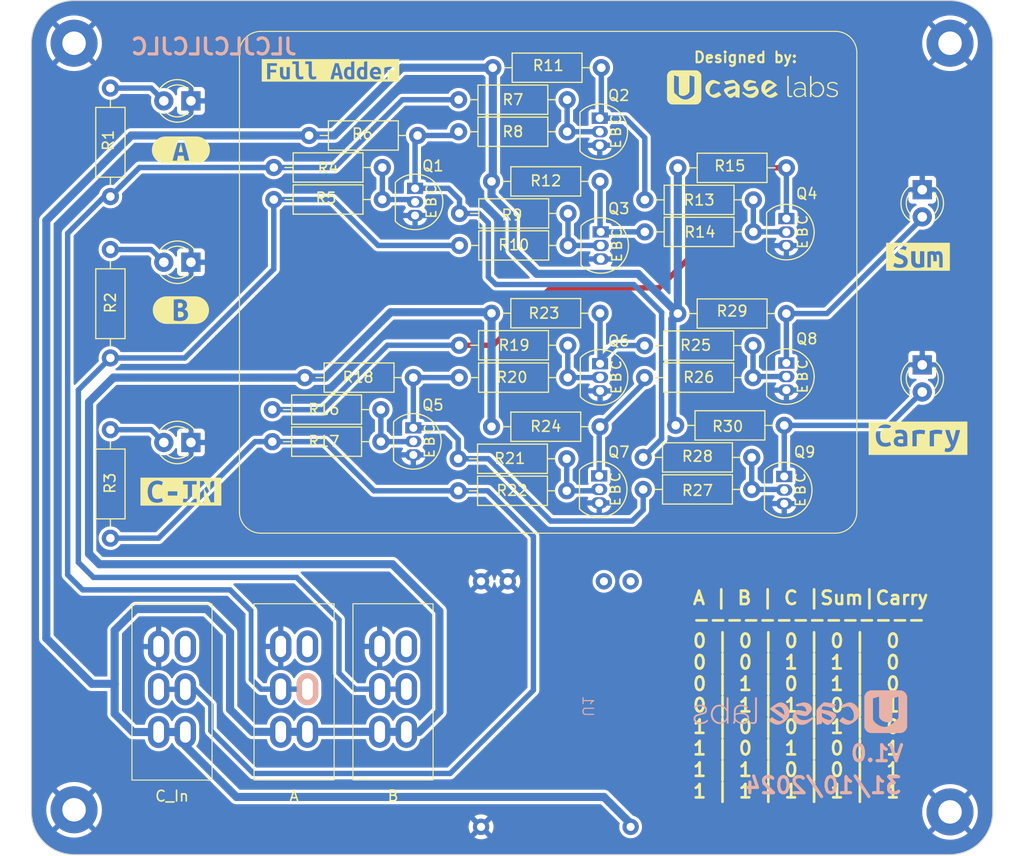
<source format=kicad_pcb>
(kicad_pcb (version 20240108) (generator "pcbnew") (generator_version "8.0")
  (layers (0 "F.Cu" signal) (31 "B.Cu" signal) (34 "B.Paste" user) (35 "F.Paste" user) (36 "B.SilkS" user "B.Silkscreen") (37 "F.SilkS" user "F.Silkscreen") (38 "B.Mask" user) (39 "F.Mask" user) (44 "Edge.Cuts" user))
  (net 0 "")
  (net 1 "GND")
  (net 2 "Net-(D1-A)")
  (net 3 "Net-(D2-A)")
  (net 4 "Net-(D3-A)")
  (net 5 "Net-(Q1-C)")
  (net 6 "Net-(Q1-B)")
  (net 7 "Net-(Q2-C)")
  (net 8 "Net-(Q2-B)")
  (net 9 "Net-(Q3-C)")
  (net 10 "Net-(Q3-B)")
  (net 11 "Net-(Q4-C)")
  (net 12 "Net-(Q4-B)")
  (net 13 "Net-(Q5-C)")
  (net 14 "Net-(Q5-B)")
  (net 15 "Net-(Q6-C)")
  (net 16 "Net-(Q6-B)")
  (net 17 "Net-(Q7-C)")
  (net 18 "Net-(Q7-B)")
  (net 19 "Net-(Q8-B)")
  (net 20 "Net-(Q9-B)")
  (net 21 "+5V")
  (net 24 "/Sum")
  (net 25 "/Cout")
  (net 26 "/IN_A")
  (net 27 "/IN_B")
  (net 28 "/IN_C")
  (footprint "Resistor_THT:R_Axial_DIN0207_L6.3mm_D2.5mm_P10.16mm_Horizontal" (layer "F.Cu") (at 51.999214 21.29)
    (property "Reference" "R7" (at 5.08 0 0) (layer "F.SilkS"))
    (property "Value" "10k")
    (pad "1" thru_hole circle (at 0 0) (size 1.6 1.6) (drill 0.8) (layers "*.Cu" "*.Mask") (net 26 "/IN_A"))
    (pad "2" thru_hole oval (at 10.16 0) (size 1.6 1.6) (drill 0.8) (layers "*.Cu" "*.Mask") (net 8 "Net-(Q2-B)"))
  )
  (footprint "PCM_Package_TO_SOT_THT_AKL:TO-92_Inline_CBE" (layer "F.Cu") (at 47.923214 29.592 -90)
    (property "Reference" "Q1" (at -2.102 -1.666 180) (layer "F.SilkS"))
    (property "Value" "BC547" (hide yes))
    (fp_text user "E" (at 2.413 -1.524 90) (layer "F.SilkS") (effects (font (size 0.9 0.9))))
    (fp_text user "B" (at 1.27 -1.524 90) (layer "F.SilkS") (effects (font (size 0.9 0.9))))
    (fp_text user "C" (at 0.127 -1.524 90) (layer "F.SilkS") (effects (font (size 0.9 0.9))))
    (pad "1" thru_hole rect (at 0 0 270) (size 1.05 1.5) (drill 0.75) (layers "*.Cu" "*.Mask") (net 5 "Net-(Q1-C)"))
    (pad "2" thru_hole oval (at 1.27 0 270) (size 1.05 1.5) (drill 0.75) (layers "*.Cu" "*.Mask") (net 6 "Net-(Q1-B)"))
    (pad "3" thru_hole oval (at 2.54 0 270) (size 1.05 1.5) (drill 0.75) (layers "*.Cu" "*.Mask") (net 1 "GND"))
  )
  (footprint "PCM_Package_TO_SOT_THT_AKL:TO-92_Inline_CBE" (layer "F.Cu") (at 65.159214 56.52 -90)
    (property "Reference" "Q7" (at -2.23 -1.83 180) (layer "F.SilkS"))
    (property "Value" "BC547" (hide yes))
    (fp_text user "C" (at 0.127 -1.524 90) (layer "F.SilkS") (effects (font (size 0.9 0.9))))
    (fp_text user "E" (at 2.413 -1.524 90) (layer "F.SilkS") (effects (font (size 0.9 0.9))))
    (fp_text user "B" (at 1.27 -1.524 90) (layer "F.SilkS") (effects (font (size 0.9 0.9))))
    (pad "1" thru_hole rect (at 0 0 270) (size 1.05 1.5) (drill 0.75) (layers "*.Cu" "*.Mask") (net 17 "Net-(Q7-C)"))
    (pad "2" thru_hole oval (at 1.27 0 270) (size 1.05 1.5) (drill 0.75) (layers "*.Cu" "*.Mask") (net 18 "Net-(Q7-B)"))
    (pad "3" thru_hole oval (at 2.54 0 270) (size 1.05 1.5) (drill 0.75) (layers "*.Cu" "*.Mask") (net 1 "GND"))
  )
  (footprint "Resistor_THT:R_Axial_DIN0207_L6.3mm_D2.5mm_P10.16mm_Horizontal" (layer "F.Cu") (at 72.519214 41.32)
    (property "Reference" "R29" (at 5.08 -0.23 0) (layer "F.SilkS"))
    (property "Value" "330")
    (pad "1" thru_hole circle (at 0 0) (size 1.6 1.6) (drill 0.8) (layers "*.Cu" "*.Mask") (net 21 "+5V"))
    (pad "2" thru_hole oval (at 10.16 0) (size 1.6 1.6) (drill 0.8) (layers "*.Cu" "*.Mask") (net 24 "/Sum"))
  )
  (footprint "Resistor_THT:R_Axial_DIN0207_L6.3mm_D2.5mm_P10.16mm_Horizontal" (layer "F.Cu") (at 51.959214 54.92)
    (property "Reference" "R21" (at 4.83 -0.03 0) (layer "F.SilkS"))
    (property "Value" "10k")
    (pad "1" thru_hole circle (at 0 0) (size 1.6 1.6) (drill 0.8) (layers "*.Cu" "*.Mask") (net 13 "Net-(Q5-C)"))
    (pad "2" thru_hole oval (at 10.16 0) (size 1.6 1.6) (drill 0.8) (layers "*.Cu" "*.Mask") (net 18 "Net-(Q7-B)"))
  )
  (footprint "MountingHole:MountingHole_2.2mm_M2_Pad_TopBottom" (layer "F.Cu") (at 98 88)
    (property "Reference" "H4" (hide yes))
    (property "Value" "MountingHole_Pad")
    (pad "1" thru_hole circle (at 0 0) (size 2.6 2.6) (drill 2.2) (layers "*.Cu" "*.Mask") (net 1 "GND"))
    (pad "1" connect circle (at 0 0) (size 4.4 4.4) (layers "F.Cu" "F.Mask") (net 1 "GND"))
    (pad "1" connect circle (at 0 0) (size 4.4 4.4) (layers "B.Cu" "B.Mask") (net 1 "GND"))
  )
  (footprint "Resistor_THT:R_Axial_DIN0207_L6.3mm_D2.5mm_P10.16mm_Horizontal" (layer "F.Cu") (at 52.079214 34.94)
    (property "Reference" "R10" (at 5.08 -0.05 0) (layer "F.SilkS"))
    (property "Value" "10k")
    (pad "1" thru_hole circle (at 0 0) (size 1.6 1.6) (drill 0.8) (layers "*.Cu" "*.Mask") (net 27 "/IN_B"))
    (pad "2" thru_hole oval (at 10.16 0) (size 1.6 1.6) (drill 0.8) (layers "*.Cu" "*.Mask") (net 10 "Net-(Q3-B)"))
  )
  (footprint "PCM_Package_TO_SOT_THT_AKL:TO-92_Inline_CBE" (layer "F.Cu") (at 82.479214 56.58 -90)
    (property "Reference" "Q9" (at -2.29 -1.91 180) (layer "F.SilkS"))
    (property "Value" "BC547" (hide yes))
    (fp_text user "B" (at 1.27 -1.524 90) (layer "F.SilkS") (effects (font (size 0.9 0.9))))
    (fp_text user "C" (at 0.127 -1.524 90) (layer "F.SilkS") (effects (font (size 0.9 0.9))))
    (fp_text user "E" (at 2.413 -1.524 90) (layer "F.SilkS") (effects (font (size 0.9 0.9))))
    (pad "1" thru_hole rect (at 0 0 270) (size 1.05 1.5) (drill 0.75) (layers "*.Cu" "*.Mask") (net 25 "/Cout"))
    (pad "2" thru_hole oval (at 1.27 0 270) (size 1.05 1.5) (drill 0.75) (layers "*.Cu" "*.Mask") (net 20 "Net-(Q9-B)"))
    (pad "3" thru_hole oval (at 2.54 0 270) (size 1.05 1.5) (drill 0.75) (layers "*.Cu" "*.Mask") (net 1 "GND"))
  )
  (footprint "kibuzzard-67192E28" (layer "F.Cu") (at 95 53)
    (property "Reference" "kibuzzard-67192E28" (hide yes))
    (property "Value" "G***" (hide yes))
  )
  (footprint "MountingHole:MountingHole_2.2mm_M2_Pad_TopBottom" (layer "F.Cu") (at 16 87.8)
    (property "Reference" "H3" (hide yes))
    (property "Value" "MountingHole_Pad")
    (pad "1" thru_hole circle (at 0 0) (size 2.6 2.6) (drill 2.2) (layers "*.Cu" "*.Mask") (net 1 "GND"))
    (pad "1" connect circle (at 0 0) (size 4.4 4.4) (layers "F.Cu" "F.Mask") (net 1 "GND"))
    (pad "1" connect circle (at 0 0) (size 4.4 4.4) (layers "B.Cu" "B.Mask") (net 1 "GND"))
  )
  (footprint "Resistor_THT:R_Axial_DIN0207_L6.3mm_D2.5mm_P10.16mm_Horizontal" (layer "F.Cu") (at 37.599214 47.32)
    (property "Reference" "R18" (at 4.99 -0.03 0) (layer "F.SilkS"))
    (property "Value" "1k")
    (pad "1" thru_hole circle (at 0 0) (size 1.6 1.6) (drill 0.8) (layers "*.Cu" "*.Mask") (net 21 "+5V"))
    (pad "2" thru_hole oval (at 10.16 0) (size 1.6 1.6) (drill 0.8) (layers "*.Cu" "*.Mask") (net 13 "Net-(Q5-C)"))
  )
  (footprint "Resistor_THT:R_Axial_DIN0207_L6.3mm_D2.5mm_P10.16mm_Horizontal" (layer "F.Cu") (at 34.559214 50.32)
    (property "Reference" "R16" (at 4.83 -0.03 0) (layer "F.SilkS"))
    (property "Value" "10k")
    (pad "1" thru_hole circle (at 0 0) (size 1.6 1.6) (drill 0.8) (layers "*.Cu" "*.Mask") (net 11 "Net-(Q4-C)"))
    (pad "2" thru_hole oval (at 10.16 0) (size 1.6 1.6) (drill 0.8) (layers "*.Cu" "*.Mask") (net 14 "Net-(Q5-B)"))
  )
  (footprint "LED_THT:LED_D3.0mm" (layer "F.Cu") (at 26.94 21.4 180)
    (property "Reference" "D1" (hide yes))
    (property "Value" "LED")
    (pad "1" thru_hole rect (at 0 0 180) (size 1.8 1.8) (drill 0.9) (layers "*.Cu" "*.Mask") (net 1 "GND"))
    (pad "2" thru_hole circle (at 2.54 0 180) (size 1.8 1.8) (drill 0.9) (layers "*.Cu" "*.Mask") (net 2 "Net-(D1-A)"))
  )
  (footprint "LED_THT:LED_D3.0mm" (layer "F.Cu") (at 26.94 36.513 180)
    (property "Reference" "D2" (hide yes))
    (property "Value" "LED")
    (pad "1" thru_hole rect (at 0 0 180) (size 1.8 1.8) (drill 0.9) (layers "*.Cu" "*.Mask") (net 1 "GND"))
    (pad "2" thru_hole circle (at 2.54 0 180) (size 1.8 1.8) (drill 0.9) (layers "*.Cu" "*.Mask") (net 3 "Net-(D2-A)"))
  )
  (footprint "Resistor_THT:R_Axial_DIN0207_L6.3mm_D2.5mm_P10.16mm_Horizontal" (layer "F.Cu") (at 19.4 30.36 90)
    (property "Reference" "R1" (at 5.264 -0.2 -90) (layer "F.SilkS"))
    (property "Value" "330")
    (pad "1" thru_hole circle (at 0 0 90) (size 1.6 1.6) (drill 0.8) (layers "*.Cu" "*.Mask") (net 26 "/IN_A"))
    (pad "2" thru_hole oval (at 10.16 0 90) (size 1.6 1.6) (drill 0.8) (layers "*.Cu" "*.Mask") (net 2 "Net-(D1-A)"))
  )
  (footprint "Resistor_THT:R_Axial_DIN0207_L6.3mm_D2.5mm_P10.16mm_Horizontal" (layer "F.Cu") (at 51.959214 57.92)
    (property "Reference" "R22" (at 5.03 -0.03 0) (layer "F.SilkS"))
    (property "Value" "10k")
    (pad "1" thru_hole circle (at 0 0) (size 1.6 1.6) (drill 0.8) (layers "*.Cu" "*.Mask") (net 28 "/IN_C"))
    (pad "2" thru_hole oval (at 10.16 0) (size 1.6 1.6) (drill 0.8) (layers "*.Cu" "*.Mask") (net 18 "Net-(Q7-B)"))
  )
  (footprint "PCM_Package_TO_SOT_THT_AKL:TO-92_Inline_CBE" (layer "F.Cu") (at 65.299214 33.67 -90)
    (property "Reference" "Q3" (at -2.18 -1.69 180) (layer "F.SilkS"))
    (property "Value" "BC547" (hide yes))
    (fp_text user "C" (at 0.127 -1.524 90) (layer "F.SilkS") (effects (font (size 0.9 0.9))))
    (fp_text user "B" (at 1.27 -1.524 90) (layer "F.SilkS") (effects (font (size 0.9 0.9))))
    (fp_text user "E" (at 2.413 -1.524 90) (layer "F.SilkS") (effects (font (size 0.9 0.9))))
    (pad "1" thru_hole rect (at 0 0 270) (size 1.05 1.5) (drill 0.75) (layers "*.Cu" "*.Mask") (net 9 "Net-(Q3-C)"))
    (pad "2" thru_hole oval (at 1.27 0 270) (size 1.05 1.5) (drill 0.75) (layers "*.Cu" "*.Mask") (net 10 "Net-(Q3-B)"))
    (pad "3" thru_hole oval (at 2.54 0 270) (size 1.05 1.5) (drill 0.75) (layers "*.Cu" "*.Mask") (net 1 "GND"))
  )
  (footprint "kibuzzard-67192DAB" (layer "F.Cu") (at 26 26)
    (property "Reference" "kibuzzard-67192DAB" (hide yes))
    (property "Value" "G***" (hide yes))
  )
  (footprint "Resistor_THT:R_Axial_DIN0207_L6.3mm_D2.5mm_P10.16mm_Horizontal" (layer "F.Cu") (at 37.999214 24.64)
    (property "Reference" "R6" (at 4.99 -0.15 0) (layer "F.SilkS"))
    (property "Value" "1k")
    (pad "1" thru_hole circle (at 0 0) (size 1.6 1.6) (drill 0.8) (layers "*.Cu" "*.Mask") (net 21 "+5V"))
    (pad "2" thru_hole oval (at 10.16 0) (size 1.6 1.6) (drill 0.8) (layers "*.Cu" "*.Mask") (net 5 "Net-(Q1-C)"))
  )
  (footprint "Assets:ucase" (layer "F.Cu") (at 79.502 20.447)
    (property "Reference" "G***" (hide yes))
    (property "Value" "LOGO" (hide yes))
  )
  (footprint "PCM_Package_TO_SOT_THT_AKL:TO-92_Inline_CBE" (layer "F.Cu") (at 82.679214 32.42 -90)
    (property "Reference" "Q4" (at -2.33 -1.91 180) (layer "F.SilkS"))
    (property "Value" "BC547" (hide yes))
    (fp_text user "B" (at 1.27 -1.524 90) (layer "F.SilkS") (effects (font (size 0.9 0.9))))
    (fp_text user "C" (at 0.127 -1.524 90) (layer "F.SilkS") (effects (font (size 0.9 0.9))))
    (fp_text user "E" (at 2.413 -1.524 90) (layer "F.SilkS") (effects (font (size 0.9 0.9))))
    (pad "1" thru_hole rect (at 0 0 270) (size 1.05 1.5) (drill 0.75) (layers "*.Cu" "*.Mask") (net 11 "Net-(Q4-C)"))
    (pad "2" thru_hole oval (at 1.27 0 270) (size 1.05 1.5) (drill 0.75) (layers "*.Cu" "*.Mask") (net 12 "Net-(Q4-B)"))
    (pad "3" thru_hole oval (at 2.54 0 270) (size 1.05 1.5) (drill 0.75) (layers "*.Cu" "*.Mask") (net 1 "GND"))
  )
  (footprint "Resistor_THT:R_Axial_DIN0207_L6.3mm_D2.5mm_P10.16mm_Horizontal" (layer "F.Cu") (at 34.697214 27.64)
    (property "Reference" "R4" (at 5.08 0.05 0) (layer "F.SilkS"))
    (property "Value" "10k")
    (pad "1" thru_hole circle (at 0 0) (size 1.6 1.6) (drill 0.8) (layers "*.Cu" "*.Mask") (net 26 "/IN_A"))
    (pad "2" thru_hole oval (at 10.16 0) (size 1.6 1.6) (drill 0.8) (layers "*.Cu" "*.Mask") (net 6 "Net-(Q1-B)"))
  )
  (footprint "kibuzzard-67192DB9" (layer "F.Cu") (at 26 41)
    (property "Reference" "kibuzzard-67192DB9" (hide yes))
    (property "Value" "G***" (hide yes))
  )
  (footprint "Resistor_THT:R_Axial_DIN0207_L6.3mm_D2.5mm_P10.16mm_Horizontal" (layer "F.Cu") (at 34.697214 30.64)
    (property "Reference" "R5" (at 4.892 -0.15 0) (layer "F.SilkS"))
    (property "Value" "10k")
    (pad "1" thru_hole circle (at 0 0) (size 1.6 1.6) (drill 0.8) (layers "*.Cu" "*.Mask") (net 27 "/IN_B"))
    (pad "2" thru_hole oval (at 10.16 0) (size 1.6 1.6) (drill 0.8) (layers "*.Cu" "*.Mask") (net 6 "Net-(Q1-B)"))
  )
  (footprint "Resistor_THT:R_Axial_DIN0207_L6.3mm_D2.5mm_P10.16mm_Horizontal" (layer "F.Cu") (at 52.079214 31.94)
    (property "Reference" "R9" (at 4.91 0.15 0) (layer "F.SilkS"))
    (property "Value" "10k")
    (pad "1" thru_hole circle (at 0 0) (size 1.6 1.6) (drill 0.8) (layers "*.Cu" "*.Mask") (net 5 "Net-(Q1-C)"))
    (pad "2" thru_hole oval (at 10.16 0) (size 1.6 1.6) (drill 0.8) (layers "*.Cu" "*.Mask") (net 10 "Net-(Q3-B)"))
  )
  (footprint "footprints:SWITCH_S20203" (layer "F.Cu") (at 36.596 76.5)
    (property "Reference" "A" (at 0 10 0) (layer "F.SilkS"))
    (property "Value" "SW_SPDT" (hide yes))
    (pad "1" thru_hole oval (at -1.25 4) (size 2 3) (drill oval 1 2) (layers "*.Cu" "*.Mask") (net 21 "+5V"))
    (pad "2" thru_hole oval (at -1.25 0) (size 2 3) (drill oval 1 2) (layers "*.Cu" "*.Mask") (net 26 "/IN_A"))
    (pad "3" thru_hole oval (at -1.25 -4) (size 2 3) (drill oval 1 2) (layers "*.Cu" "*.Mask") (net 1 "GND"))
    (pad "4" thru_hole oval (at 1.25 4) (size 2 3) (drill oval 1 2) (layers "*.Cu" "*.Mask"))
    (pad "5" thru_hole oval (at 1.25 0) (size 2 3) (drill oval 1 2) (layers "*.Cu" "*.Mask" "B.SilkS"))
    (pad "6" thru_hole oval (at 1.25 -4) (size 2 3) (drill oval 1 2) (layers "*.Cu" "*.Mask"))
  )
  (footprint "footprints:SWITCH_S20203" (layer "F.Cu") (at 25.166 76.518)
    (property "Reference" "C_In" (at 0 10 0) (layer "F.SilkS"))
    (property "Value" "SW_SPDT" (hide yes))
    (pad "1" thru_hole oval (at -1.25 4) (size 2 3) (drill oval 1 2) (layers "*.Cu" "*.Mask") (net 21 "+5V"))
    (pad "2" thru_hole oval (at -1.25 0) (size 2 3) (drill oval 1 2) (layers "*.Cu" "*.Mask") (net 28 "/IN_C"))
    (pad "3" thru_hole oval (at -1.25 -4) (size 2 3) (drill oval 1 2) (layers "*.Cu" "*.Mask") (net 1 "GND"))
    (pad "4" thru_hole oval (at 1.25 4) (size 2 3) (drill oval 1 2) (layers "*.Cu" "*.Mask"))
    (pad "5" thru_hole oval (at 1.25 0) (size 2 3) (drill oval 1 2) (layers "*.Cu" "*.Mask"))
    (pad "6" thru_hole oval (at 1.25 -4) (size 2 3) (drill oval 1 2) (layers "*.Cu" "*.Mask"))
  )
  (footprint "Resistor_THT:R_Axial_DIN0207_L6.3mm_D2.5mm_P10.16mm_Horizontal" (layer "F.Cu") (at 19.4 45.48 90)
    (property "Reference" "R2" (at 5.17 0 -90) (layer "F.SilkS"))
    (property "Value" "330")
    (pad "1" thru_hole circle (at 0 0 90) (size 1.6 1.6) (drill 0.8) (layers "*.Cu" "*.Mask") (net 27 "/IN_B"))
    (pad "2" thru_hole oval (at 10.16 0 90) (size 1.6 1.6) (drill 0.8) (layers "*.Cu" "*.Mask") (net 3 "Net-(D2-A)"))
  )
  (footprint "MountingHole:MountingHole_2.2mm_M2_Pad_TopBottom" (layer "F.Cu") (at 16 16)
    (property "Reference" "H1" (hide yes))
    (property "Value" "MountingHole_Pad")
    (pad "1" thru_hole circle (at 0 0) (size 2.6 2.6) (drill 2.2) (layers "*.Cu" "*.Mask") (net 1 "GND"))
    (pad "1" connect circle (at 0 0) (size 4.4 4.4) (layers "F.Cu" "F.Mask") (net 1 "GND"))
    (pad "1" connect circle (at 0 0) (size 4.4 4.4) (layers "B.Cu" "B.Mask") (net 1 "GND"))
  )
  (footprint "Resistor_THT:R_Axial_DIN0207_L6.3mm_D2.5mm_P10.16mm_Horizontal" (layer "F.Cu") (at 55.079214 51.92)
    (property "Reference" "R24" (at 5.08 -0.03 0) (layer "F.SilkS"))
    (property "Value" "1k")
    (pad "1" thru_hole circle (at 0 0) (size 1.6 1.6) (drill 0.8) (layers "*.Cu" "*.Mask") (net 21 "+5V"))
    (pad "2" thru_hole oval (at 10.16 0) (size 1.6 1.6) (drill 0.8) (layers "*.Cu" "*.Mask") (net 17 "Net-(Q7-C)"))
  )
  (footprint "Resistor_THT:R_Axial_DIN0207_L6.3mm_D2.5mm_P10.16mm_Horizontal" (layer "F.Cu") (at 52.059214 47.32)
    (property "Reference" "R20" (at 4.93 -0.03 0) (layer "F.SilkS"))
    (property "Value" "10k")
    (pad "1" thru_hole circle (at 0 0) (size 1.6 1.6) (drill 0.8) (layers "*.Cu" "*.Mask") (net 13 "Net-(Q5-C)"))
    (pad "2" thru_hole oval (at 10.16 0) (size 1.6 1.6) (drill 0.8) (layers "*.Cu" "*.Mask") (net 16 "Net-(Q6-B)"))
  )
  (footprint "PCM_Package_TO_SOT_THT_AKL:TO-92_Inline_CBE" (layer "F.Cu") (at 47.759214 52.02 -90)
    (property "Reference" "Q5" (at -2.13 -1.83 180) (layer "F.SilkS"))
    (property "Value" "BC547" (hide yes))
    (fp_text user "B" (at 1.27 -1.524 90) (layer "F.SilkS") (effects (font (size 0.9 0.9))))
    (fp_text user "C" (at 0.127 -1.524 90) (layer "F.SilkS") (effects (font (size 0.9 0.9))))
    (fp_text user "E" (at 2.413 -1.524 90) (layer "F.SilkS") (effects (font (size 0.9 0.9))))
    (pad "1" thru_hole rect (at 0 0 270) (size 1.05 1.5) (drill 0.75) (layers "*.Cu" "*.Mask") (net 13 "Net-(Q5-C)"))
    (pad "2" thru_hole oval (at 1.27 0 270) (size 1.05 1.5) (drill 0.75) (layers "*.Cu" "*.Mask") (net 14 "Net-(Q5-B)"))
    (pad "3" thru_hole oval (at 2.54 0 270) (size 1.05 1.5) (drill 0.75) (layers "*.Cu" "*.Mask") (net 1 "GND"))
  )
  (footprint "Resistor_THT:R_Axial_DIN0207_L6.3mm_D2.5mm_P10.16mm_Horizontal" (layer "F.Cu") (at 69.429214 30.67)
    (property "Reference" "R13" (at 5.08 0.02 0) (layer "F.SilkS"))
    (property "Value" "10k")
    (pad "1" thru_hole circle (at 0 0) (size 1.6 1.6) (drill 0.8) (layers "*.Cu" "*.Mask") (net 7 "Net-(Q2-C)"))
    (pad "2" thru_hole oval (at 10.16 0) (size 1.6 1.6) (drill 0.8) (layers "*.Cu" "*.Mask") (net 12 "Net-(Q4-B)"))
  )
  (footprint "LED_THT:LED_D3.0mm" (layer "F.Cu") (at 26.94 53.394 180)
    (property "Reference" "D3" (hide yes))
    (property "Value" "LED")
    (pad "1" thru_hole rect (at 0 0 180) (size 1.8 1.8) (drill 0.9) (layers "*.Cu" "*.Mask") (net 1 "GND"))
    (pad "2" thru_hole circle (at 2.54 0 180) (size 1.8 1.8) (drill 0.9) (layers "*.Cu" "*.Mask") (net 4 "Net-(D3-A)"))
  )
  (footprint "Resistor_THT:R_Axial_DIN0207_L6.3mm_D2.5mm_P10.16mm_Horizontal" (layer "F.Cu") (at 69.277214 54.794)
    (property "Reference" "R28" (at 5.08 -0.104 0) (layer "F.SilkS"))
    (property "Value" "10k")
    (pad "1" thru_hole circle (at 0 0) (size 1.6 1.6) (drill 0.8) (layers "*.Cu" "*.Mask") (net 5 "Net-(Q1-C)"))
    (pad "2" thru_hole oval (at 10.16 0) (size 1.6 1.6) (drill 0.8) (layers "*.Cu" "*.Mask") (net 20 "Net-(Q9-B)"))
  )
  (footprint "Resistor_THT:R_Axial_DIN0207_L6.3mm_D2.5mm_P10.16mm_Horizontal" (layer "F.Cu") (at 69.399214 44.32)
    (property "Reference" "R25" (at 4.79 -0.03 0) (layer "F.SilkS"))
    (property "Value" "10k")
    (pad "1" thru_hole circle (at 0 0) (size 1.6 1.6) (drill 0.8) (layers "*.Cu" "*.Mask") (net 15 "Net-(Q6-C)"))
    (pad "2" thru_hole oval (at 10.16 0) (size 1.6 1.6) (drill 0.8) (layers "*.Cu" "*.Mask") (net 19 "Net-(Q8-B)"))
  )
  (footprint "Resistor_THT:R_Axial_DIN0207_L6.3mm_D2.5mm_P10.16mm_Horizontal" (layer "F.Cu") (at 55.079214 41.29)
    (property "Reference" "R23" (at 4.91 0 0) (layer "F.SilkS"))
    (property "Value" "1k")
    (pad "1" thru_hole circle (at 0 0) (size 1.6 1.6) (drill 0.8) (layers "*.Cu" "*.Mask") (net 21 "+5V"))
    (pad "2" thru_hole oval (at 10.16 0) (size 1.6 1.6) (drill 0.8) (layers "*.Cu" "*.Mask") (net 15 "Net-(Q6-C)"))
  )
  (footprint "LED_THT:LED_D3.0mm" (layer "F.Cu") (at 95.4 29.725 -90)
    (property "Reference" "D4" (hide yes))
    (property "Value" "S")
    (pad "1" thru_hole rect (at 0 0 270) (size 1.8 1.8) (drill 0.9) (layers "*.Cu" "*.Mask") (net 1 "GND"))
    (pad "2" thru_hole circle (at 2.54 0 270) (size 1.8 1.8) (drill 0.9) (layers "*.Cu" "*.Mask") (net 24 "/Sum"))
  )
  (footprint "Resistor_THT:R_Axial_DIN0207_L6.3mm_D2.5mm_P10.16mm_Horizontal" (layer "F.Cu") (at 55.199214 18.29)
    (property "Reference" "R11" (at 5.19 -0.2 0) (layer "F.SilkS"))
    (property "Value" "1k")
    (pad "1" thru_hole circle (at 0 0) (size 1.6 1.6) (drill 0.8) (layers "*.Cu" "*.Mask") (net 21 "+5V"))
    (pad "2" thru_hole oval (at 10.16 0) (size 1.6 1.6) (drill 0.8) (layers "*.Cu" "*.Mask") (net 7 "Net-(Q2-C)"))
  )
  (footprint "Resistor_THT:R_Axial_DIN0207_L6.3mm_D2.5mm_P10.16mm_Horizontal" (layer "F.Cu") (at 69.277214 57.794)
    (property "Reference" "R27" (at 5.08 0.096 0) (layer "F.SilkS"))
    (property "Value" "10k")
    (pad "1" thru_hole circle (at 0 0) (size 1.6 1.6) (drill 0.8) (layers "*.Cu" "*.Mask") (net 13 "Net-(Q5-C)"))
    (pad "2" thru_hole oval (at 10.16 0) (size 1.6 1.6) (drill 0.8) (layers "*.Cu" "*.Mask") (net 20 "Net-(Q9-B)"))
  )
  (footprint "PCM_Package_TO_SOT_THT_AKL:TO-92_Inline_CBE" (layer "F.Cu") (at 65.239214 46.02 -90)
    (property "Reference" "Q6" (at -2.13 -1.75 180) (layer "F.SilkS"))
    (property "Value" "BC547" (hide yes))
    (fp_text user "C" (at 0.127 -1.524 90) (layer "F.SilkS") (effects (font (size 0.9 0.9))))
    (fp_text user "E" (at 2.413 -1.524 90) (layer "F.SilkS") (effects (font (size 0.9 0.9))))
    (fp_text user "B" (at 1.27 -1.524 90) (layer "F.SilkS") (effects (font (size 0.9 0.9))))
    (pad "1" thru_hole rect (at 0 0 270) (size 1.05 1.5) (drill 0.75) (layers "*.Cu" "*.Mask") (net 15 "Net-(Q6-C)"))
    (pad "2" thru_hole oval (at 1.27 0 270) (size 1.05 1.5) (drill 0.75) (layers "*.Cu" "*.Mask") (net 16 "Net-(Q6-B)"))
    (pad "3" thru_hole oval (at 2.54 0 270) (size 1.05 1.5) (drill 0.75) (layers "*.Cu" "*.Mask") (net 1 "GND"))
  )
  (footprint "kibuzzard-67192E40" (layer "F.Cu") (at 95 36)
    (property "Reference" "kibuzzard-67192E40" (hide yes))
    (property "Value" "G***" (hide yes))
  )
  (footprint "Resistor_THT:R_Axial_DIN0207_L6.3mm_D2.5mm_P10.16mm_Horizontal" (layer "F.Cu") (at 72.319214 51.794)
    (property "Reference" "R30" (at 4.87 0.096 0) (layer "F.SilkS"))
    (property "Value" "330")
    (pad "1" thru_hole circle (at 0 0) (size 1.6 1.6) (drill 0.8) (layers "*.Cu" "*.Mask") (net 21 "+5V"))
    (pad "2" thru_hole oval (at 10.16 0) (size 1.6 1.6) (drill 0.8) (layers "*.Cu" "*.Mask") (net 25 "/Cout"))
  )
  (footprint "Resistor_THT:R_Axial_DIN0207_L6.3mm_D2.5mm_P10.16mm_Horizontal" (layer "F.Cu") (at 51.999214 24.29)
    (property "Reference" "R8" (at 5.08 0 0) (layer "F.SilkS"))
    (property "Value" "10k")
    (pad "1" thru_hole circle (at 0 0) (size 1.6 1.6) (drill 0.8) (layers "*.Cu" "*.Mask") (net 5 "Net-(Q1-C)"))
    (pad "2" thru_hole oval (at 10.16 0) (size 1.6 1.6) (drill 0.8) (layers "*.Cu" "*.Mask") (net 8 "Net-(Q2-B)"))
  )
  (footprint "Resistor_THT:R_Axial_DIN0207_L6.3mm_D2.5mm_P10.16mm_Horizontal" (layer "F.Cu") (at 69.399214 47.32)
    (property "Reference" "R26" (at 5.08 -0.03 0) (layer "F.SilkS"))
    (property "Value" "10k")
    (pad "1" thru_hole circle (at 0 0) (size 1.6 1.6) (drill 0.8) (layers "*.Cu" "*.Mask") (net 17 "Net-(Q7-C)"))
    (pad "2" thru_hole oval (at 10.16 0) (size 1.6 1.6) (drill 0.8) (layers "*.Cu" "*.Mask") (net 19 "Net-(Q8-B)"))
  )
  (footprint "Resistor_THT:R_Axial_DIN0207_L6.3mm_D2.5mm_P10.16mm_Horizontal" (layer "F.Cu") (at 72.519214 27.67)
    (property "Reference" "R15" (at 4.87 -0.18 0) (layer "F.SilkS"))
    (property "Value" "1k")
    (pad "1" thru_hole circle (at 0 0) (size 1.6 1.6) (drill 0.8) (layers "*.Cu" "*.Mask") (net 21 "+5V"))
    (pad "2" thru_hole oval (at 10.16 0) (size 1.6 1.6) (drill 0.8) (layers "*.Cu" "*.Mask") (net 11 "Net-(Q4-C)"))
  )
  (footprint "kibuzzard-67192E50" (layer "F.Cu") (at 26 58)
    (property "Reference" "kibuzzard-67192E50" (hide yes))
    (property "Value" "G***" (hide yes))
  )
  (footprint "Resistor_THT:R_Axial_DIN0207_L6.3mm_D2.5mm_P10.16mm_Horizontal" (layer "F.Cu") (at 69.429214 33.67)
    (property "Reference" "R14" (at 5.16 0.02 0) (layer "F.SilkS"))
    (property "Value" "10k")
    (pad "1" thru_hole circle (at 0 0) (size 1.6 1.6) (drill 0.8) (layers "*.Cu" "*.Mask") (net 9 "Net-(Q3-C)"))
    (pad "2" thru_hole oval (at 10.16 0) (size 1.6 1.6) (drill 0.8) (layers "*.Cu" "*.Mask") (net 12 "Net-(Q4-B)"))
  )
  (footprint "MountingHole:MountingHole_2.2mm_M2_Pad_TopBottom" (layer "F.Cu") (at 98 16)
    (property "Reference" "H2" (hide yes))
    (property "Value" "MountingHole_Pad")
    (pad "1" thru_hole circle (at 0 0) (size 2.6 2.6) (drill 2.2) (layers "*.Cu" "*.Mask") (net 1 "GND"))
    (pad "1" connect circle (at 0 0) (size 4.4 4.4) (layers "F.Cu" "F.Mask") (net 1 "GND"))
    (pad "1" connect circle (at 0 0) (size 4.4 4.4) (layers "B.Cu" "B.Mask") (net 1 "GND"))
  )
  (footprint "LED_THT:LED_D3.0mm" (layer "F.Cu") (at 95.4 46.125 -90)
    (property "Reference" "D5" (hide yes))
    (property "Value" "Cout")
    (pad "1" thru_hole rect (at 0 0 270) (size 1.8 1.8) (drill 0.9) (layers "*.Cu" "*.Mask") (net 1 "GND"))
    (pad "2" thru_hole circle (at 2.54 0 270) (size 1.8 1.8) (drill 0.9) (layers "*.Cu" "*.Mask") (net 25 "/Cout"))
  )
  (footprint "Resistor_THT:R_Axial_DIN0207_L6.3mm_D2.5mm_P10.16mm_Horizontal" (layer "F.Cu") (at 52.059214 44.29)
    (property "Reference" "R19" (at 5.13 0 0) (layer "F.SilkS"))
    (property "Value" "10k")
    (pad "1" thru_hole circle (at 0 0) (size 1.6 1.6) (drill 0.8) (layers "*.Cu" "*.Mask") (net 11 "Net-(Q4-C)"))
    (pad "2" thru_hole oval (at 10.16 0) (size 1.6 1.6) (drill 0.8) (layers "*.Cu" "*.Mask") (net 16 "Net-(Q6-B)"))
  )
  (footprint "Resistor_THT:R_Axial_DIN0207_L6.3mm_D2.5mm_P10.16mm_Horizontal" (layer "F.Cu") (at 55.079214 28.94)
    (property "Reference" "R12" (at 5.08 -0.05 0) (layer "F.SilkS"))
    (property "Value" "1k")
    (pad "1" thru_hole circle (at 0 0) (size 1.6 1.6) (drill 0.8) (layers "*.Cu" "*.Mask") (net 21 "+5V"))
    (pad "2" thru_hole oval (at 10.16 0) (size 1.6 1.6) (drill 0.8) (layers "*.Cu" "*.Mask") (net 9 "Net-(Q3-C)"))
  )
  (footprint "PCM_Package_TO_SOT_THT_AKL:TO-92_Inline_CBE" (layer "F.Cu") (at 82.679214 45.95 -90)
    (property "Reference" "Q8" (at -2.26 -1.91 180) (layer "F.SilkS"))
    (property "Value" "BC547" (hide yes))
    (fp_text user "E" (at 2.413 -1.524 90) (layer "F.SilkS") (effects (font (size 0.9 0.9))))
    (fp_text user "B" (at 1.27 -1.524 90) (layer "F.SilkS") (effects (font (size 0.9 0.9))))
    (fp_text user "C" (at 0.127 -1.524 90) (layer "F.SilkS") (effects (font (size 0.9 0.9))))
    (pad "1" thru_hole rect (at 0 0 270) (size 1.05 1.5) (drill 0.75) (layers "*.Cu" "*.Mask") (net 24 "/Sum"))
    (pad "2" thru_hole oval (at 1.27 0 270) (size 1.05 1.5) (drill 0.75) (layers "*.Cu" "*.Mask") (net 19 "Net-(Q8-B)"))
    (pad "3" thru_hole oval (at 2.54 0 270) (size 1.05 1.5) (drill 0.75) (layers "*.Cu" "*.Mask") (net 1 "GND"))
  )
  (footprint "kibuzzard-6724957C" (layer "F.Cu") (at 40.005 18.542)
    (property "Reference" "kibuzzard-6724957C" (hide yes))
    (property "Value" "G***" (hide yes))
  )
  (footprint "PCM_Package_TO_SOT_THT_AKL:TO-92_Inline_CBE" (layer "F.Cu") (at 65.209214 23.02 -90)
    (property "Reference" "Q2" (at -2.13 -1.78 180) (layer "F.SilkS"))
    (property "Value" "BC547" (hide yes))
    (fp_text user "B" (at 1.27 -1.524 90) (layer "F.SilkS") (effects (font (size 0.9 0.9))))
    (fp_text user "E" (at 2.413 -1.524 90) (layer "F.SilkS") (effects (font (size 0.9 0.9))))
    (fp_text user "C" (at 0.127 -1.524 90) (layer "F.SilkS") (effects (font (size 0.9 0.9))))
    (pad "1" thru_hole rect (at 0 0 270) (size 1.05 1.5) (drill 0.75) (layers "*.Cu" "*.Mask") (net 7 "Net-(Q2-C)"))
    (pad "2" thru_hole oval (at 1.27 0 270) (size 1.05 1.5) (drill 0.75) (layers "*.Cu" "*.Mask") (net 8 "Net-(Q2-B)"))
    (pad "3" thru_hole oval (at 2.54 0 270) (size 1.05 1.5) (drill 0.75) (layers "*.Cu" "*.Mask") (net 1 "GND"))
  )
  (footprint "footprints:SWITCH_S20203" (layer "F.Cu") (at 45.858 76.5)
    (property "Reference" "B" (at 0 10 0) (layer "F.SilkS"))
    (property "Value" "SW_SPDT" (hide yes))
    (pad "1" thru_hole oval (at -1.25 4) (size 2 3) (drill oval 1 2) (layers "*.Cu" "*.Mask") (net 21 "+5V"))
    (pad "2" thru_hole oval (at -1.25 0) (size 2 3) (drill oval 1 2) (layers "*.Cu" "*.Mask") (net 27 "/IN_B"))
    (pad "3" thru_hole oval (at -1.25 -4) (size 2 3) (drill oval 1 2) (layers "*.Cu" "*.Mask") (net 1 "GND"))
    (pad "4" thru_hole oval (at 1.25 4) (size 2 3) (drill oval 1 2) (layers "*.Cu" "*.Mask"))
    (pad "5" thru_hole oval (at 1.25 0) (size 2 3) (drill oval 1 2) (layers "*.Cu" "*.Mask"))
    (pad "6" thru_hole oval (at 1.25 -4) (size 2 3) (drill oval 1 2) (layers "*.Cu" "*.Mask"))
  )
  (footprint "Resistor_THT:R_Axial_DIN0207_L6.3mm_D2.5mm_P10.16mm_Horizontal" (layer "F.Cu") (at 34.559214 53.32)
    (property "Reference" "R17" (at 4.83 -0.03 0) (layer "F.SilkS"))
    (property "Value" "10k")
    (pad "1" thru_hole circle (at 0 0) (size 1.6 1.6) (drill 0.8) (layers "*.Cu" "*.Mask") (net 28 "/IN_C"))
    (pad "2" thru_hole oval (at 10.16 0) (size 1.6 1.6) (drill 0.8) (layers "*.Cu" "*.Mask") (net 14 "Net-(Q5-B)"))
  )
  (footprint "Resistor_THT:R_Axial_DIN0207_L6.3mm_D2.5mm_P10.16mm_Horizontal" (layer "F.Cu") (at 19.4 62.36 90)
    (property "Reference" "R3" (at 5.146 -0.038 -90) (layer "F.SilkS"))
    (property "Value" "330")
    (pad "1" thru_hole circle (at 0 0 90) (size 1.6 1.6) (drill 0.8) (layers "*.Cu" "*.Mask") (net 28 "/IN_C"))
    (pad "2" thru_hole oval (at 10.16 0 90) (size 1.6 1.6) (drill 0.8) (layers "*.Cu" "*.Mask") (net 4 "Net-(D3-A)"))
  )
  (footprint "Assets:logo" (layer "B.Cu") (at 84 79 180)
    (property "Reference" "G***" (hide yes))
    (property "Value" "LOGO" (hide yes))
  )
  (footprint "tp4056_module:tp4056_module" (layer "B.Cu") (at 63.2 78.2 90)
    (property "Reference" "U1" (at 0.1 0.9 -90) (layer "B.SilkS") (effects (font (thickness 0.1)) (justify mirror)))
    (property "Value" "~")
    (pad "1" thru_hole circle (at -11.2 4.9 90) (size 1.524 1.524) (drill 0.762) (layers "*.Cu" "*.Mask") (net 21 "+5V"))
    (pad "2" thru_hole circle (at -11.2 -9.1 90) (size 1.524 1.524) (drill 0.762) (layers "*.Cu" "*.Mask") (net 1 "GND"))
    (pad "3" thru_hole circle (at 11.8 4.9 90) (size 1.524 1.524) (drill 0.762) (layers "*.Cu" "*.Mask"))
    (pad "4" thru_hole circle (at 11.8 2.4 90) (size 1.524 1.524) (drill 0.762) (layers "*.Cu" "*.Mask"))
    (pad "5" thru_hole circle (at 11.8 -6.6 90) (size 1.524 1.524) (drill 0.762) (layers "*.Cu" "*.Mask") (net 1 "GND"))
    (pad "6" thru_hole circle (at 11.8 -9.1 90) (size 1.524 1.524) (drill 0.762) (layers "*.Cu" "*.Mask") (net 1 "GND"))
  )
  (gr_line (start 33.479214 14.89) (end 87.279214 14.89) (stroke (width 0.1)) (layer "F.SilkS"))
  (gr_arc (start 31.479214 16.89) (mid 32.065 15.475786) (end 33.479214 14.89) (stroke (width 0.1)) (layer "F.SilkS"))
  (gr_arc (start 89.279214 59.89) (mid 88.693428 61.304214) (end 87.279214 61.89) (stroke (width 0.1)) (layer "F.SilkS"))
  (gr_line (start 89.279214 16.89) (end 89.279214 59.89) (stroke (width 0.1)) (layer "F.SilkS"))
  (gr_arc (start 87.279214 14.89) (mid 88.693428 15.475786) (end 89.279214 16.89) (stroke (width 0.1)) (layer "F.SilkS"))
  (gr_arc (start 33.479214 61.89) (mid 32.065 61.304214) (end 31.479214 59.89) (stroke (width 0.1)) (layer "F.SilkS"))
  (gr_line (start 87.265 61.89) (end 33.465 61.89) (stroke (width 0.1)) (layer "F.SilkS"))
  (gr_line (start 31.479214 59.89) (end 31.479214 16.89) (stroke (width 0.1)) (layer "F.SilkS"))
  (gr_line (start 102 16) (end 102 88) (stroke (width 0.1)) (layer "Edge.Cuts"))
  (gr_line (start 16 12) (end 98 12) (stroke (width 0.1)) (layer "Edge.Cuts"))
  (gr_line (start 98 92) (end 16 92) (stroke (width 0.1)) (layer "Edge.Cuts"))
  (gr_arc (start 12 16) (mid 13.171573 13.171573) (end 16 12) (stroke (width 0.1)) (layer "Edge.Cuts"))
  (gr_arc (start 98 12) (mid 100.828427 13.171573) (end 102 16) (stroke (width 0.1)) (layer "Edge.Cuts"))
  (gr_arc (start 16 92) (mid 13.171573 90.828427) (end 12 88) (stroke (width 0.1)) (layer "Edge.Cuts"))
  (gr_arc (start 102 88) (mid 100.828427 90.828427) (end 98 92) (stroke (width 0.1)) (layer "Edge.Cuts"))
  (gr_line (start 12 88) (end 12 16) (stroke (width 0.1)) (layer "Edge.Cuts"))
  (gr_text "31/10/2024" (at 93.6 86.4 0) (layer "B.SilkS") (effects (font (size 1.5 1.5) (thickness 0.3) (bold yes)) (justify left bottom mirror)))
  (gr_text "V1.0" (at 93.8 83.4 0) (layer "B.SilkS") (effects (font (size 1.5 1.5) (thickness 0.3) (bold yes)) (justify left bottom mirror)))
  (gr_text "JLCJLCJLCJLC" (at 37 17.2 0) (layer "B.SilkS") (effects (font (size 1.5 1.5) (thickness 0.3) (bold yes)) (justify left bottom mirror)))
  (gr_text "A | B | C |Sum|Carry\n--------------\n0 | 0 | 0 | 0 |  0  \n0 | 0 | 1 | 1 |  0  \n0 | 1 | 0 | 1 |  0  \n0 | 1 | 1 | 0 |  1  \n1 | 0 | 0 | 1 |  0  \n1 | 0 | 1 | 0 |  1  \n1 | 1 | 0 | 0 |  1  \n1 | 1 | 1 | 1 |  1  \n" (at 73.8 86.8 0) (layer "F.SilkS") (effects (font (size 1.25 1.25) (thickness 0.25) (bold yes)) (justify left bottom)))
  (gr_text "Designed by: " (at 73.914 17.907 0) (layer "F.SilkS") (effects (font (size 1 1) (thickness 0.2) (bold yes)) (justify left bottom)))
  (segment (start 23.2 20.2) (end 24.4 21.4) (width 0.508) (layer "B.Cu") (net 2))
  (segment (start 19.4 20.2) (end 23.2 20.2) (width 0.508) (layer "B.Cu") (net 2))
  (segment (start 19.4 35.32) (end 23.207 35.32) (width 0.508) (layer "B.Cu") (net 3))
  (segment (start 23.207 35.32) (end 24.4 36.513) (width 0.508) (layer "B.Cu") (net 3))
  (segment (start 19.4 52.2) (end 23.206 52.2) (width 0.508) (layer "B.Cu") (net 4))
  (segment (start 23.206 52.2) (end 24.4 53.394) (width 0.508) (layer "B.Cu") (net 4))
  (segment (start 54.779428 32.814) (end 54.779428 37.894) (width 0.508) (layer "B.Cu") (net 5))
  (segment (start 52.079214 31.94) (end 53.905428 31.94) (width 0.508) (layer "B.Cu") (net 5))
  (segment (start 47.923214 24.876) (end 48.159214 24.64) (width 0.508) (layer "B.Cu") (net 5))
  (segment (start 71 53.071214) (end 69.277214 54.794) (width 0.508) (layer "B.Cu") (net 5))
  (segment (start 55.485428 38.6) (end 68.4 38.6) (width 0.508) (layer "B.Cu") (net 5))
  (segment (start 68.4 38.6) (end 71 41.2) (width 0.508) (layer "B.Cu") (net 5))
  (segment (start 51.649214 24.64) (end 51.999214 24.29) (width 0.508) (layer "B.Cu") (net 5))
  (segment (start 52.079214 30.621786) (end 52.079214 31.94) (width 0.508) (layer "B.Cu") (net 5))
  (segment (start 71 41.2) (end 71 53.071214) (width 0.508) (layer "B.Cu") (net 5))
  (segment (start 48.159214 24.64) (end 51.649214 24.64) (width 0.508) (layer "B.Cu") (net 5))
  (segment (start 51.049428 29.592) (end 52.079214 30.621786) (width 0.508) (layer "B.Cu") (net 5))
  (segment (start 54.779428 37.894) (end 55.485428 38.6) (width 0.508) (layer "B.Cu") (net 5))
  (segment (start 47.923214 29.592) (end 51.049428 29.592) (width 0.508) (layer "B.Cu") (net 5))
  (segment (start 47.923214 29.592) (end 47.923214 24.876) (width 0.508) (layer "B.Cu") (net 5))
  (segment (start 53.905428 31.94) (end 54.779428 32.814) (width 0.508) (layer "B.Cu") (net 5))
  (segment (start 47.701214 30.64) (end 47.923214 30.862) (width 0.508) (layer "B.Cu") (net 6))
  (segment (start 44.857214 27.64) (end 44.857214 30.64) (width 0.508) (layer "B.Cu") (net 6))
  (segment (start 44.857214 30.64) (end 47.701214 30.64) (width 0.508) (layer "B.Cu") (net 6))
  (segment (start 65.359214 22.87) (end 65.209214 23.02) (width 0.508) (layer "B.Cu") (net 7))
  (segment (start 69.429214 24.857786) (end 69.429214 30.67) (width 0.508) (layer "B.Cu") (net 7))
  (segment (start 65.359214 18.29) (end 65.359214 22.87) (width 0.508) (layer "B.Cu") (net 7))
  (segment (start 65.209214 23.02) (end 67.591428 23.02) (width 0.508) (layer "B.Cu") (net 7))
  (segment (start 67.591428 23.02) (end 69.429214 24.857786) (width 0.508) (layer "B.Cu") (net 7))
  (segment (start 62.159214 21.29) (end 62.159214 24.29) (width 0.508) (layer "B.Cu") (net 8))
  (segment (start 62.159214 24.29) (end 65.209214 24.29) (width 0.508) (layer "B.Cu") (net 8))
  (segment (start 65.239214 33.61) (end 65.299214 33.67) (width 0.508) (layer "B.Cu") (net 9))
  (segment (start 65.299214 33.67) (end 69.429214 33.67) (width 0.508) (layer "B.Cu") (net 9))
  (segment (start 65.239214 28.94) (end 65.239214 33.61) (width 0.508) (layer "B.Cu") (net 9))
  (segment (start 62.239214 31.94) (end 62.239214 34.94) (width 0.508) (layer "B.Cu") (net 10))
  (segment (start 62.239214 34.94) (end 65.299214 34.94) (width 0.508) (layer "B.Cu") (net 10))
  (segment (start 55.241428 44.29) (end 60.621428 38.91) (width 0.508) (layer "F.Cu") (net 11))
  (segment (start 60.621428 38.91) (end 70.781428 38.91) (width 0.508) (layer "F.Cu") (net 11))
  (segment (start 77.703428 27.67) (end 82.679214 27.67) (width 0.508) (layer "F.Cu") (net 11))
  (segment (start 52.059214 44.29) (end 55.241428 44.29) (width 0.508) (layer "F.Cu") (net 11))
  (segment (start 74.591428 30.782) (end 77.703428 27.67) (width 0.508) (layer "F.Cu") (net 11))
  (segment (start 74.591428 35.1) (end 74.591428 30.782) (width 0.508) (layer "F.Cu") (net 11))
  (segment (start 70.781428 38.91) (end 74.591428 35.1) (width 0.508) (layer "F.Cu") (net 11))
  (segment (start 45.335428 44.29) (end 52.059214 44.29) (width 0.508) (layer "B.Cu") (net 11))
  (segment (start 82.679214 32.42) (end 82.679214 27.67) (width 0.508) (layer "B.Cu") (net 11))
  (segment (start 34.559214 50.32) (end 39.305428 50.32) (width 0.508) (layer "B.Cu") (net 11))
  (segment (start 39.305428 50.32) (end 45.335428 44.29) (width 0.508) (layer "B.Cu") (net 11))
  (segment (start 79.589214 33.67) (end 82.659214 33.67) (width 0.508) (layer "B.Cu") (net 12))
  (segment (start 82.659214 33.67) (end 82.679214 33.69) (width 0.508) (layer "B.Cu") (net 12))
  (segment (start 79.589214 30.67) (end 79.589214 33.67) (width 0.508) (layer "B.Cu") (net 12))
  (segment (start 60.621428 60.754) (end 68.241428 60.754) (width 0.508) (layer "B.Cu") (net 13))
  (segment (start 47.759214 47.32) (end 47.759214 52.02) (width 0.508) (layer "B.Cu") (net 13))
  (segment (start 47.759214 52.02) (end 50.871428 52.02) (width 0.508) (layer "B.Cu") (net 13))
  (segment (start 68.241428 60.754) (end 69.277214 59.718214) (width 0.508) (layer "B.Cu") (net 13))
  (segment (start 51.959214 53.107786) (end 51.959214 54.92) (width 0.508) (layer "B.Cu") (net 13))
  (segment (start 47.759214 47.32) (end 52.059214 47.32) (width 0.508) (layer "B.Cu") (net 13))
  (segment (start 69.277214 59.718214) (end 69.277214 57.794) (width 0.508) (layer "B.Cu") (net 13))
  (segment (start 54.787428 54.92) (end 60.621428 60.754) (width 0.508) (layer "B.Cu") (net 13))
  (segment (start 50.871428 52.02) (end 51.959214 53.107786) (width 0.508) (layer "B.Cu") (net 13))
  (segment (start 51.959214 54.92) (end 54.787428 54.92) (width 0.508) (layer "B.Cu") (net 13))
  (segment (start 44.719214 50.32) (end 44.719214 53.32) (width 0.508) (layer "B.Cu") (net 14))
  (segment (start 44.719214 53.32) (end 47.729214 53.32) (width 0.508) (layer "B.Cu") (net 14))
  (segment (start 47.729214 53.32) (end 47.759214 53.29) (width 0.508) (layer "B.Cu") (net 14))
  (segment (start 65.239214 46.02) (end 65.239214 41.29) (width 0.508) (layer "B.Cu") (net 15))
  (segment (start 65.239214 46.02) (end 65.239214 45.722214) (width 0.508) (layer "B.Cu") (net 15))
  (segment (start 66.641428 44.32) (end 69.399214 44.32) (width 0.508) (layer "B.Cu") (net 15))
  (segment (start 65.239214 45.722214) (end 66.641428 44.32) (width 0.508) (layer "B.Cu") (net 15))
  (segment (start 65.209214 47.32) (end 65.239214 47.29) (width 0.508) (layer "B.Cu") (net 16))
  (segment (start 62.219214 44.29) (end 62.219214 47.32) (width 0.508) (layer "B.Cu") (net 16))
  (segment (start 62.219214 47.32) (end 65.209214 47.32) (width 0.508) (layer "B.Cu") (net 16))
  (segment (start 65.159214 52) (end 65.239214 51.92) (width 0.508) (layer "B.Cu") (net 17))
  (segment (start 65.159214 56.52) (end 65.159214 52) (width 0.508) (layer "B.Cu") (net 17))
  (segment (start 69.399214 47.76) (end 69.399214 47.32) (width 0.508) (layer "B.Cu") (net 17))
  (segment (start 65.239214 51.92) (end 69.399214 47.76) (width 0.508) (layer "B.Cu") (net 17))
  (segment (start 62.119214 57.92) (end 65.029214 57.92) (width 0.508) (layer "B.Cu") (net 18))
  (segment (start 65.029214 57.92) (end 65.159214 57.79) (width 0.508) (layer "B.Cu") (net 18))
  (segment (start 62.119214 54.92) (end 62.119214 57.92) (width 0.508) (layer "B.Cu") (net 18))
  (segment (start 82.679214 47.22) (end 79.659214 47.22) (width 0.508) (layer "B.Cu") (net 19))
  (segment (start 79.659214 47.22) (end 79.559214 47.32) (width 0.508) (layer "B.Cu") (net 19))
  (segment (start 79.559214 47.32) (end 79.559214 44.32) (width 0.508) (layer "B.Cu") (net 19))
  (segment (start 79.437214 54.794) (end 79.437214 57.794) (width 0.508) (layer "B.Cu") (net 20))
  (segment (start 82.423214 57.794) (end 82.479214 57.85) (width 0.508) (layer "B.Cu") (net 20))
  (segment (start 79.437214 57.794) (end 82.423214 57.794) (width 0.508) (layer "B.Cu") (net 20))
  (segment (start 37.999214 24.64) (end 21.36 24.64) (width 0.762) (layer "B.Cu") (net 21))
  (segment (start 30.6 78.4) (end 32.7 80.5) (width 0.762) (layer "B.Cu") (net 21))
  (segment (start 59.311428 37.6) (end 68.799214 37.6) (width 0.762) (layer "B.Cu") (net 21))
  (segment (start 47.108 80.5) (end 48.3 80.5) (width 0.762) (layer "B.Cu") (net 21))
  (segment (start 72 41.839214) (end 72 51.474786) (width 0.762) (layer "B.Cu") (net 21))
  (segment (start 19.8 76) (end 19.8 71) (width 0.762) (layer "B.Cu") (net 21))
  (segment (start 57.065428 32.306) (end 57.065428 35.354) (width 0.762) (layer "B.Cu") (net 21))
  (segment (start 13.4 32.6) (end 13.4 71.735) (width 0.762) (layer "B.Cu") (net 21))
  (segment (start 57.065428 35.354) (end 59.311428 37.6) (width 0.762) (layer "B.Cu") (net 21))
  (segment (start 31.2 86.6) (end 65.6 86.6) (width 0.762) (layer "B.Cu") (net 21))
  (segment (start 55.079214 41.29) (end 55.079214 51.92) (width 0.762) (layer "B.Cu") (net 21))
  (segment (start 13.4 71.735) (end 17.665 76) (width 0.762) (layer "B.Cu") (net 21))
  (segment (start 26.416 80.518) (end 26.416 81.816) (width 0.762) (layer "B.Cu") (net 21))
  (segment (start 72.519214 41.32) (end 72.519214 27.67) (width 0.762) (layer "B.Cu") (net 21))
  (segment (start 26.416 80.518) (end 21.518 80.518) (width 0.762) (layer "B.Cu") (net 21))
  (segment (start 54.985214 41.196) (end 55.079214 41.29) (width 0.762) (layer "B.Cu") (net 21))
  (segment (start 19.8 71) (end 21.8 69) (width 0.762) (layer "B.Cu") (net 21))
  (segment (start 50.2 69.2) (end 45.8 64.8) (width 0.762) (layer "B.Cu") (net 21))
  (segment (start 55.079214 28.94) (end 55.079214 30.319786) (width 0.762) (layer "B.Cu") (net 21))
  (segment (start 37.846 80.5) (end 47.108 80.5) (width 0.762) (layer "B.Cu") (net 21))
  (segment (start 68.1 89.1) (end 68.1 89.4) (width 0.762) (layer "B.Cu") (net 21))
  (segment (start 26.416 81.816) (end 31.2 86.6) (width 0.762) (layer "B.Cu") (net 21))
  (segment (start 21.36 24.64) (end 13.4 32.6) (width 0.762) (layer "B.Cu") (net 21))
  (segment (start 21.8 69) (end 28.4 69) (width 0.762) (layer "B.Cu") (net 21))
  (segment (start 55.199214 28.82) (end 55.079214 28.94) (width 0.762) (layer "B.Cu") (net 21))
  (segment (start 37.599214 47.32) (end 39.511428 47.32) (width 0.762) (layer "B.Cu") (net 21))
  (segment (start 28.4 69) (end 30.6 71.2) (width 0.762) (layer "B.Cu") (net 21))
  (segment (start 40.347428 24.64) (end 46.697428 18.29) (width 0.762) (layer "B.Cu") (net 21))
  (segment (start 72 51.474786) (end 72.319214 51.794) (width 0.762) (layer "B.Cu") (net 21))
  (segment (start 50.2 78.6) (end 50.2 69.2) (width 0.762) (layer "B.Cu") (net 21))
  (segment (start 19.8 78.8) (end 19.8 76) (width 0.762) (layer "B.Cu") (net 21))
  (segment (start 45.635428 41.196) (end 54.985214 41.196) (width 0.762) (layer "B.Cu") (net 21))
  (segment (start 23.916 80.518) (end 26.416 80.518) (width 0.762) (layer "B.Cu") (net 21))
  (segment (start 18.375 64.8) (end 17.4 63.825) (width 0.762) (layer "B.Cu") (net 21))
  (segment (start 17.4 63.825) (end 17.4 49.6) (width 0.762) (layer "B.Cu") (net 21))
  (segment (start 17.4 49.6) (end 19.68 47.32) (width 0.762) (layer "B.Cu") (net 21))
  (segment (start 37.999214 24.64) (end 40.347428 24.64) (width 0.762) (layer "B.Cu") (net 21))
  (segment (start 65.6 86.6) (end 68.1 89.1) (width 0.762) (layer "B.Cu") (net 21))
  (segment (start 32.7 80.5) (end 37.846 80.5) (width 0.762) (layer "B.Cu") (net 21))
  (segment (start 48.3 80.5) (end 50.2 78.6) (width 0.762) (layer "B.Cu") (net 21))
  (segment (start 21.518 80.518) (end 19.8 78.8) (width 0.762) (layer "B.Cu") (net 21))
  (segment (start 55.199214 18.29) (end 55.199214 28.82) (width 0.762) (layer "B.Cu") (net 21))
  (segment (start 45.8 64.8) (end 18.375 64.8) (width 0.762) (layer "B.Cu") (net 21))
  (segment (start 46.697428 18.29) (end 55.199214 18.29) (width 0.762) (layer "B.Cu") (net 21))
  (segment (start 17.665 76) (end 19.8 76) (width 0.762) (layer "B.Cu") (net 21))
  (segment (start 39.511428 47.32) (end 45.635428 41.196) (width 0.762) (layer "B.Cu") (net 21))
  (segment (start 68.799214 37.6) (end 72.519214 41.32) (width 0.762) (layer "B.Cu") (net 21))
  (segment (start 19.68 47.32) (end 37.599214 47.32) (width 0.762) (layer "B.Cu") (net 21))
  (segment (start 30.6 71.2) (end 30.6 78.4) (width 0.762) (layer "B.Cu") (net 21))
  (segment (start 55.079214 30.319786) (end 57.065428 32.306) (width 0.762) (layer "B.Cu") (net 21))
  (segment (start 72.519214 41.32) (end 72 41.839214) (width 0.762) (layer "B.Cu") (net 21))
  (segment (start 86.479 41.32) (end 95.465 32.334) (width 0.508) (layer "B.Cu") (net 24))
  (segment (start 82.679214 41.32) (end 82.679214 45.95) (width 0.508) (layer "B.Cu") (net 24))
  (segment (start 82.679214 41.32) (end 86.479 41.32) (width 0.508) (layer "B.Cu") (net 24))
  (segment (start 95.384 48.665) (end 95.4 48.665) (width 0.508) (layer "B.Cu") (net 25))
  (segment (start 82.479214 51.794) (end 92.255 51.794) (width 0.508) (layer "B.Cu") (net 25))
  (segment (start 82.479214 56.58) (end 82.479214 51.794) (width 0.508) (layer "B.Cu") (net 25))
  (segment (start 92.255 51.794) (end 95.384 48.665) (width 0.508) (layer "B.Cu") (net 25))
  (segment (start 15.4 33.8) (end 15.4 65.8) (width 0.508) (layer "B.Cu") (net 26))
  (segment (start 18.84 30.36) (end 15.4 33.8) (width 0.508) (layer "B.Cu") (net 26))
  (segment (start 35.346 76.5) (end 37.846 76.5) (width 0.508) (layer "B.Cu") (net 26))
  (segment (start 40.395428 27.64) (end 46.745428 21.29) (width 0.508) (layer "B.Cu") (net 26))
  (segment (start 15.4 65.8) (end 16.8 67.2) (width 0.508) (layer "B.Cu") (net 26))
  (segment (start 34.697214 27.64) (end 40.395428 27.64) (width 0.508) (layer "B.Cu") (net 26))
  (segment (start 19.4 30.36) (end 18.84 30.36) (width 0.508) (layer "B.Cu") (net 26))
  (segment (start 32.6 75.6) (end 33.5 76.5) (width 0.508) (layer "B.Cu") (net 26))
  (segment (start 33.5 76.5) (end 35.346 76.5) (width 0.508) (layer "B.Cu") (net 26))
  (segment (start 30.6 67.2) (end 32.6 69.2) (width 0.508) (layer "B.Cu") (net 26))
  (segment (start 22.12 27.64) (end 19.4 30.36) (width 0.508) (layer "B.Cu") (net 26))
  (segment (start 34.697214 27.64) (end 22.12 27.64) (width 0.508) (layer "B.Cu") (net 26))
  (segment (start 16.8 67.2) (end 30.6 67.2) (width 0.508) (layer "B.Cu") (net 26))
  (segment (start 32.6 69.2) (end 32.6 75.6) (width 0.508) (layer "B.Cu") (net 26))
  (segment (start 46.745428 21.29) (end 51.999214 21.29) (width 0.508) (layer "B.Cu") (net 26))
  (segment (start 19.4 45.48) (end 26.365428 45.48) (width 0.508) (layer "B.Cu") (net 27))
  (segment (start 19.4 45.48) (end 16.4 48.48) (width 0.508) (layer "B.Cu") (net 27))
  (segment (start 40.8 75) (end 42.3 76.5) (width 0.508) (layer "B.Cu") (net 27))
  (segment (start 26.365428 45.48) (end 34.697214 37.148214) (width 0.508) (layer "B.Cu") (net 27))
  (segment (start 40.159428 30.64) (end 44.459428 34.94) (width 0.508) (layer "B.Cu") (net 27))
  (segment (start 34.697214 37.148214) (end 34.697214 30.64) (width 0.508) (layer "B.Cu") (net 27))
  (segment (start 17.81 66.035) (end 36.835 66.035) (width 0.508) (layer "B.Cu") (net 27))
  (segment (start 44.459428 34.94) (end 52.079214 34.94) (width 0.508) (layer "B.Cu") (net 27))
  (segment (start 36.835 66.035) (end 40.8 70) (width 0.508) (layer "B.Cu") (net 27))
  (segment (start 44.608 76.5) (end 47.108 76.5) (width 0.508) (layer "B.Cu") (net 27))
  (segment (start 16.4 64.625) (end 17.81 66.035) (width 0.508) (layer "B.Cu") (net 27))
  (segment (start 40.8 70) (end 40.8 75) (width 0.508) (layer "B.Cu") (net 27))
  (segment (start 16.4 48.48) (end 16.4 64.625) (width 0.508) (layer "B.Cu") (net 27))
  (segment (start 34.697214 30.64) (end 40.159428 30.64) (width 0.508) (layer "B.Cu") (net 27))
  (segment (start 42.3 76.5) (end 44.608 76.5) (width 0.508) (layer "B.Cu") (net 27))
  (segment (start 51.2 84.4) (end 59 76.6) (width 0.508) (layer "B.Cu") (net 28))
  (segment (start 32.939 53.32) (end 34.559214 53.32) (width 0.508) (layer "B.Cu") (net 28))
  (segment (start 23.916 76.518) (end 26.416 76.518) (width 0.508) (layer "B.Cu") (net 28))
  (segment (start 23.899 62.36) (end 32.939 53.32) (width 0.508) (layer "B.Cu") (net 28))
  (segment (start 44.071428 57.92) (end 51.959214 57.92) (width 0.508) (layer "B.Cu") (net 28))
  (segment (start 54.72 57.92) (end 51.959214 57.92) (width 0.508) (layer "B.Cu") (net 28))
  (segment (start 34.559214 53.32) (end 39.471428 53.32) (width 0.508) (layer "B.Cu") (net 28))
  (segment (start 28.8 78) (end 28.8 80.4) (width 0.508) (layer "B.Cu") (net 28))
  (segment (start 19.4 62.36) (end 23.899 62.36) (width 0.508) (layer "B.Cu") (net 28))
  (segment (start 28.8 80.4) (end 32.8 84.4) (width 0.508) (layer "B.Cu") (net 28))
  (segment (start 39.471428 53.32) (end 44.071428 57.92) (width 0.508) (layer "B.Cu") (net 28))
  (segment (start 27.318 76.518) (end 28.8 78) (width 0.508) (layer "B.Cu") (net 28))
  (segment (start 59 76.6) (end 59 62.2) (width 0.508) (layer "B.Cu") (net 28))
  (segment (start 26.416 76.518) (end 27.318 76.518) (width 0.508) (layer "B.Cu") (net 28))
  (segment (start 32.8 84.4) (end 51.2 84.4) (width 0.508) (layer "B.Cu") (net 28))
  (segment (start 59 62.2) (end 54.72 57.92) (width 0.508) (layer "B.Cu") (net 28))
  (zone (net 1) (net_name "GND") (layer "B.Cu") (connect_pads (clearance 0.3)) (min_thickness 0.2) (fill yes (thermal_gap 0.4) (thermal_bridge_width 0.5))
    (polygon (pts (xy 12 12) (xy 102 12) (xy 102 92) (xy 12 92)))
  )
)
</source>
